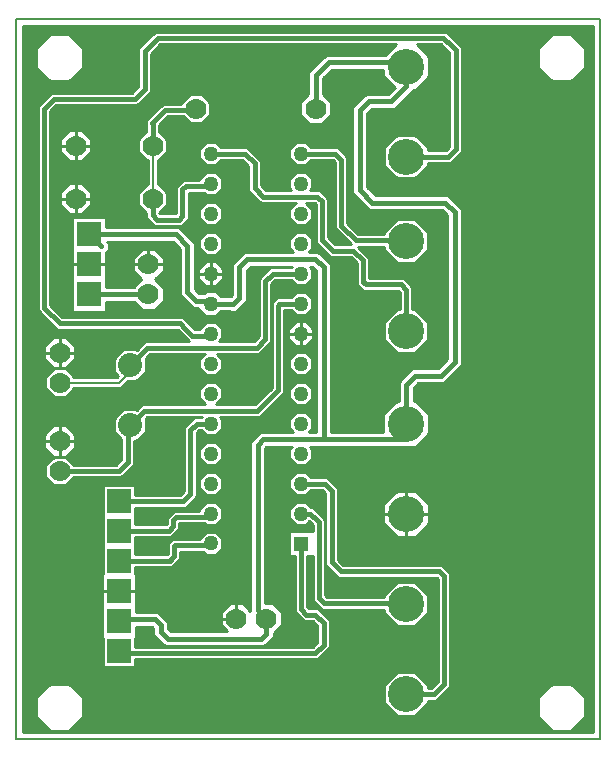
<source format=gbr>
G04 PROTEUS GERBER X2 FILE*
%TF.GenerationSoftware,Labcenter,Proteus,8.12-SP2-Build31155*%
%TF.CreationDate,2022-10-21T15:13:51+00:00*%
%TF.FileFunction,Copper,L2,Bot*%
%TF.FilePolarity,Positive*%
%TF.Part,Single*%
%TF.SameCoordinates,{a4a464b1-79f5-4a4b-a632-db850109d18e}*%
%FSLAX45Y45*%
%MOMM*%
G01*
%TA.AperFunction,Conductor*%
%ADD19C,0.400000*%
%ADD70C,0.203200*%
%ADD10C,0.254000*%
%TA.AperFunction,ComponentPad*%
%ADD11C,3.048000*%
%ADD12C,1.778000*%
%TA.AperFunction,ComponentPad*%
%ADD13R,1.270000X1.270000*%
%ADD14C,1.270000*%
%TA.AperFunction,ComponentPad*%
%ADD15R,2.032000X2.032000*%
%TA.AperFunction,ComponentPad*%
%ADD16C,2.032000*%
%TA.AperFunction,Profile*%
%ADD17C,0.203200*%
%TD.AperFunction*%
G36*
X-2735960Y-955040D02*
X-7559040Y-955040D01*
X-7559040Y+5019040D01*
X-2735960Y+5019040D01*
X-2735960Y-955040D01*
G37*
%LPC*%
G36*
X-3962327Y+4955328D02*
X-3844454Y+4837455D01*
X-3844454Y+3951518D01*
X-3935991Y+3859981D01*
X-4128581Y+3859981D01*
X-4128581Y+3836197D01*
X-4237197Y+3727581D01*
X-4390803Y+3727581D01*
X-4499419Y+3836197D01*
X-4499419Y+3989803D01*
X-4390803Y+4098419D01*
X-4237197Y+4098419D01*
X-4128581Y+3989803D01*
X-4128581Y+3966019D01*
X-3979913Y+3966019D01*
X-3950492Y+3995440D01*
X-3950492Y+4793533D01*
X-4021778Y+4864819D01*
X-4227229Y+4864819D01*
X-4118421Y+4756011D01*
X-4118421Y+4593989D01*
X-4232989Y+4479421D01*
X-4251628Y+4479421D01*
X-4413514Y+4317535D01*
X-4605022Y+4317535D01*
X-4643607Y+4278950D01*
X-4643607Y+3655970D01*
X-4574784Y+3587147D01*
X-3959943Y+3587147D01*
X-3842298Y+3469502D01*
X-3842298Y+2147163D01*
X-3995220Y+1994241D01*
X-4211884Y+1994241D01*
X-4250821Y+1955304D01*
X-4250821Y+1846579D01*
X-4232989Y+1846579D01*
X-4118421Y+1732011D01*
X-4118421Y+1569989D01*
X-4232989Y+1455421D01*
X-4395011Y+1455421D01*
X-4395516Y+1455926D01*
X-5129428Y+1455926D01*
X-5110481Y+1436979D01*
X-5110481Y+1357021D01*
X-5167021Y+1300481D01*
X-5246979Y+1300481D01*
X-5303519Y+1357021D01*
X-5303519Y+1436979D01*
X-5284572Y+1455926D01*
X-5499505Y+1455926D01*
X-5508289Y+1447142D01*
X-5508289Y+132079D01*
X-5445291Y+132079D01*
X-5367921Y+54709D01*
X-5367921Y-54709D01*
X-5436821Y-123609D01*
X-5436821Y-152225D01*
X-5517450Y-232854D01*
X-6358295Y-232854D01*
X-6455702Y-135447D01*
X-6455702Y-81762D01*
X-6469022Y-68442D01*
X-6605221Y-68442D01*
X-6605221Y-160779D01*
X-6615381Y-160779D01*
X-6615381Y-237447D01*
X-5105898Y-237447D01*
X-5066494Y-198043D01*
X-5066494Y-57421D01*
X-5105899Y-18016D01*
X-5183073Y-18016D01*
X-5260019Y+58930D01*
X-5260019Y+530861D01*
X-5311139Y+530861D01*
X-5311139Y+739139D01*
X-5108001Y+739139D01*
X-5108001Y+795603D01*
X-5135950Y+823552D01*
X-5167021Y+792481D01*
X-5246979Y+792481D01*
X-5303519Y+849021D01*
X-5303519Y+928979D01*
X-5246979Y+985519D01*
X-5167021Y+985519D01*
X-5123521Y+942019D01*
X-5104457Y+942019D01*
X-5001963Y+839525D01*
X-5001963Y+197697D01*
X-4987501Y+183235D01*
X-4499419Y+183235D01*
X-4499419Y+203803D01*
X-4390803Y+312419D01*
X-4237197Y+312419D01*
X-4128581Y+203803D01*
X-4128581Y+50197D01*
X-4237197Y-58419D01*
X-4390803Y-58419D01*
X-4499419Y+50197D01*
X-4499419Y+77197D01*
X-5031423Y+77197D01*
X-5108001Y+153775D01*
X-5108001Y+530861D01*
X-5153981Y+530861D01*
X-5153981Y+102852D01*
X-5139149Y+88020D01*
X-5061975Y+88020D01*
X-4960456Y-13499D01*
X-4960456Y-241965D01*
X-5061976Y-343485D01*
X-6615381Y-343485D01*
X-6615381Y-404619D01*
X-6884619Y-404619D01*
X-6884619Y-160779D01*
X-6894779Y-160779D01*
X-6894779Y+382779D01*
X-6884619Y+382779D01*
X-6884619Y+1134619D01*
X-6615381Y+1134619D01*
X-6615381Y+1046130D01*
X-6227624Y+1046130D01*
X-6194725Y+1079029D01*
X-6194725Y+1621138D01*
X-6111844Y+1704019D01*
X-6052479Y+1704019D01*
X-6048318Y+1708180D01*
X-6509840Y+1708180D01*
X-6522320Y+1695700D01*
X-6520381Y+1693761D01*
X-6520381Y+1582239D01*
X-6599239Y+1503381D01*
X-6621178Y+1503381D01*
X-6621178Y+1304706D01*
X-6728903Y+1196981D01*
X-7130599Y+1196981D01*
X-7199499Y+1128081D01*
X-7300501Y+1128081D01*
X-7371919Y+1199499D01*
X-7371919Y+1300501D01*
X-7300501Y+1371919D01*
X-7199499Y+1371919D01*
X-7130599Y+1303019D01*
X-6772825Y+1303019D01*
X-6727216Y+1348628D01*
X-6727216Y+1519836D01*
X-6789619Y+1582239D01*
X-6789619Y+1693761D01*
X-6710761Y+1772619D01*
X-6599239Y+1772619D01*
X-6597300Y+1770680D01*
X-6553762Y+1814218D01*
X-6014716Y+1814218D01*
X-6065519Y+1865021D01*
X-6065519Y+1944979D01*
X-6008979Y+2001519D01*
X-5929021Y+2001519D01*
X-5872481Y+1944979D01*
X-5872481Y+1865021D01*
X-5923284Y+1814218D01*
X-5596388Y+1814218D01*
X-5454977Y+1955629D01*
X-5454977Y+2672384D01*
X-5407342Y+2720019D01*
X-5290479Y+2720019D01*
X-5246979Y+2763519D01*
X-5167021Y+2763519D01*
X-5110481Y+2706979D01*
X-5110481Y+2627021D01*
X-5167021Y+2570481D01*
X-5246979Y+2570481D01*
X-5290479Y+2613981D01*
X-5348939Y+2613981D01*
X-5348939Y+1911707D01*
X-5552466Y+1708180D01*
X-5889682Y+1708180D01*
X-5872481Y+1690979D01*
X-5872481Y+1611021D01*
X-5929021Y+1554481D01*
X-6008979Y+1554481D01*
X-6052479Y+1597981D01*
X-6067922Y+1597981D01*
X-6088687Y+1577216D01*
X-6088687Y+1035107D01*
X-6183702Y+940092D01*
X-6615381Y+940092D01*
X-6615381Y+799019D01*
X-6346821Y+799019D01*
X-6340912Y+804928D01*
X-6340912Y+856703D01*
X-6282444Y+915171D01*
X-6065519Y+915171D01*
X-6065519Y+928979D01*
X-6008979Y+985519D01*
X-5929021Y+985519D01*
X-5872481Y+928979D01*
X-5872481Y+849021D01*
X-5929021Y+792481D01*
X-6008979Y+792481D01*
X-6025631Y+809133D01*
X-6234874Y+809133D01*
X-6234874Y+761006D01*
X-6305524Y+690356D01*
X-6349446Y+690356D01*
X-6352071Y+692981D01*
X-6615381Y+692981D01*
X-6615381Y+545019D01*
X-6338903Y+545019D01*
X-6334821Y+549101D01*
X-6334821Y+637423D01*
X-6297672Y+674572D01*
X-6065519Y+674572D01*
X-6065519Y+676979D01*
X-6008979Y+733519D01*
X-5929021Y+733519D01*
X-5872481Y+676979D01*
X-5872481Y+597021D01*
X-5929021Y+540481D01*
X-6008979Y+540481D01*
X-6037032Y+568534D01*
X-6228783Y+568534D01*
X-6228783Y+505179D01*
X-6294981Y+438981D01*
X-6615381Y+438981D01*
X-6615381Y+382779D01*
X-6605221Y+382779D01*
X-6605221Y+57916D01*
X-6416684Y+57916D01*
X-6329344Y-29424D01*
X-6329344Y-83109D01*
X-6305957Y-106496D01*
X-5834292Y-106496D01*
X-5886079Y-54709D01*
X-5886079Y+54709D01*
X-5808709Y+132079D01*
X-5699291Y+132079D01*
X-5634645Y+67433D01*
X-5634645Y+1499482D01*
X-5551843Y+1582284D01*
X-5274782Y+1582284D01*
X-5303519Y+1611021D01*
X-5303519Y+1690979D01*
X-5246979Y+1747519D01*
X-5167021Y+1747519D01*
X-5110481Y+1690979D01*
X-5110481Y+1611021D01*
X-5139218Y+1582284D01*
X-5077386Y+1582284D01*
X-5077386Y+2948474D01*
X-5110932Y+2982020D01*
X-5131522Y+2982020D01*
X-5110481Y+2960979D01*
X-5110481Y+2881021D01*
X-5167021Y+2824481D01*
X-5246979Y+2824481D01*
X-5290479Y+2867981D01*
X-5421879Y+2867982D01*
X-5455684Y+2834177D01*
X-5455684Y+2347008D01*
X-5560658Y+2242034D01*
X-5915536Y+2242034D01*
X-5872481Y+2198979D01*
X-5872481Y+2119021D01*
X-5929021Y+2062481D01*
X-6008979Y+2062481D01*
X-6065519Y+2119021D01*
X-6065519Y+2198979D01*
X-6022464Y+2242034D01*
X-6483986Y+2242034D01*
X-6522320Y+2203700D01*
X-6520381Y+2201761D01*
X-6520381Y+2090239D01*
X-6599239Y+2011381D01*
X-6674291Y+2011381D01*
X-6728851Y+1956821D01*
X-7128081Y+1956821D01*
X-7128081Y+1949499D01*
X-7199499Y+1878081D01*
X-7300501Y+1878081D01*
X-7371919Y+1949499D01*
X-7371919Y+2050501D01*
X-7300501Y+2121919D01*
X-7199499Y+2121919D01*
X-7128081Y+2050501D01*
X-7128081Y+2043179D01*
X-6764621Y+2043179D01*
X-6753590Y+2054210D01*
X-6789619Y+2090239D01*
X-6789619Y+2201761D01*
X-6710761Y+2280619D01*
X-6599239Y+2280619D01*
X-6597300Y+2278680D01*
X-6527908Y+2348072D01*
X-6152391Y+2348072D01*
X-6251300Y+2446981D01*
X-7271961Y+2446981D01*
X-7434850Y+2609870D01*
X-7434850Y+4339689D01*
X-7320055Y+4454484D01*
X-6636209Y+4454484D01*
X-6583531Y+4507162D01*
X-6583531Y+4828151D01*
X-6440825Y+4970857D01*
X-3977856Y+4970857D01*
X-3962327Y+4955328D01*
G37*
G36*
X-5123521Y+1196019D02*
X-4984124Y+1196019D01*
X-4892608Y+1104503D01*
X-4892608Y+500033D01*
X-4847344Y+454769D01*
X-4013906Y+454769D01*
X-3943162Y+384025D01*
X-3943162Y-575765D01*
X-4059700Y-692303D01*
X-4128581Y-692303D01*
X-4128581Y-711803D01*
X-4237197Y-820419D01*
X-4390803Y-820419D01*
X-4499419Y-711803D01*
X-4499419Y-558197D01*
X-4390803Y-449581D01*
X-4237197Y-449581D01*
X-4128581Y-558197D01*
X-4128581Y-586265D01*
X-4103622Y-586265D01*
X-4049198Y-531841D01*
X-4049198Y+340101D01*
X-4057828Y+348731D01*
X-4891266Y+348731D01*
X-4998646Y+456111D01*
X-4998646Y+1060581D01*
X-5028046Y+1089981D01*
X-5123521Y+1089981D01*
X-5167021Y+1046481D01*
X-5246979Y+1046481D01*
X-5303519Y+1103021D01*
X-5303519Y+1182979D01*
X-5246979Y+1239519D01*
X-5167021Y+1239519D01*
X-5123521Y+1196019D01*
G37*
G36*
X-4118421Y+970011D02*
X-4118421Y+807989D01*
X-4232989Y+693421D01*
X-4395011Y+693421D01*
X-4509579Y+807989D01*
X-4509579Y+970011D01*
X-4395011Y+1084579D01*
X-4232989Y+1084579D01*
X-4118421Y+970011D01*
G37*
G36*
X-5110481Y+1944979D02*
X-5110481Y+1865021D01*
X-5167021Y+1808481D01*
X-5246979Y+1808481D01*
X-5303519Y+1865021D01*
X-5303519Y+1944979D01*
X-5246979Y+2001519D01*
X-5167021Y+2001519D01*
X-5110481Y+1944979D01*
G37*
G36*
X-5110481Y+2198979D02*
X-5110481Y+2119021D01*
X-5167021Y+2062481D01*
X-5246979Y+2062481D01*
X-5303519Y+2119021D01*
X-5303519Y+2198979D01*
X-5246979Y+2255519D01*
X-5167021Y+2255519D01*
X-5110481Y+2198979D01*
G37*
G36*
X-5100321Y+2457188D02*
X-5100321Y+2368812D01*
X-5162812Y+2306321D01*
X-5251188Y+2306321D01*
X-5313679Y+2368812D01*
X-5313679Y+2457188D01*
X-5251188Y+2519679D01*
X-5162812Y+2519679D01*
X-5100321Y+2457188D01*
G37*
G36*
X-5872481Y+1436979D02*
X-5872481Y+1357021D01*
X-5929021Y+1300481D01*
X-6008979Y+1300481D01*
X-6065519Y+1357021D01*
X-6065519Y+1436979D01*
X-6008979Y+1493519D01*
X-5929021Y+1493519D01*
X-5872481Y+1436979D01*
G37*
G36*
X-5872481Y+1182979D02*
X-5872481Y+1103021D01*
X-5929021Y+1046481D01*
X-6008979Y+1046481D01*
X-6065519Y+1103021D01*
X-6065519Y+1182979D01*
X-6008979Y+1239519D01*
X-5929021Y+1239519D01*
X-5872481Y+1182979D01*
G37*
G36*
X-7304709Y+2386079D02*
X-7195291Y+2386079D01*
X-7117921Y+2308709D01*
X-7117921Y+2199291D01*
X-7195291Y+2121921D01*
X-7304709Y+2121921D01*
X-7382079Y+2199291D01*
X-7382079Y+2308709D01*
X-7304709Y+2386079D01*
G37*
G36*
X-7304709Y+1636079D02*
X-7195291Y+1636079D01*
X-7117921Y+1558709D01*
X-7117921Y+1449291D01*
X-7195291Y+1371921D01*
X-7304709Y+1371921D01*
X-7382079Y+1449291D01*
X-7382079Y+1558709D01*
X-7304709Y+1636079D01*
G37*
G36*
X-7450799Y+4666826D02*
X-7450799Y+4833174D01*
X-7333174Y+4950799D01*
X-7166826Y+4950799D01*
X-7049201Y+4833174D01*
X-7049201Y+4666826D01*
X-7166826Y+4549201D01*
X-7333174Y+4549201D01*
X-7450799Y+4666826D01*
G37*
G36*
X-3200799Y+4666826D02*
X-3200799Y+4833174D01*
X-3083174Y+4950799D01*
X-2916826Y+4950799D01*
X-2799201Y+4833174D01*
X-2799201Y+4666826D01*
X-2916826Y+4549201D01*
X-3083174Y+4549201D01*
X-3200799Y+4666826D01*
G37*
G36*
X-3200799Y-833174D02*
X-3200799Y-666826D01*
X-3083174Y-549201D01*
X-2916826Y-549201D01*
X-2799201Y-666826D01*
X-2799201Y-833174D01*
X-2916826Y-950799D01*
X-3083174Y-950799D01*
X-3200799Y-833174D01*
G37*
G36*
X-7450799Y-833174D02*
X-7450799Y-666826D01*
X-7333174Y-549201D01*
X-7166826Y-549201D01*
X-7049201Y-666826D01*
X-7049201Y-833174D01*
X-7166826Y-950799D01*
X-7333174Y-950799D01*
X-7450799Y-833174D01*
G37*
%LPD*%
G36*
X-4491121Y+4774469D02*
X-4996921Y+4774469D01*
X-5143178Y+4628211D01*
X-5143178Y+4602041D01*
X-5143179Y+4441609D01*
X-5212079Y+4372709D01*
X-5212079Y+4263291D01*
X-5134709Y+4185921D01*
X-5025291Y+4185921D01*
X-4947921Y+4263291D01*
X-4947921Y+4372709D01*
X-5016821Y+4441609D01*
X-5016822Y+4575871D01*
X-4944583Y+4648111D01*
X-4509579Y+4648111D01*
X-4509579Y+4593989D01*
X-4412668Y+4497078D01*
X-4465852Y+4443893D01*
X-4657360Y+4443893D01*
X-4769965Y+4331288D01*
X-4769965Y+3603632D01*
X-4627122Y+3460789D01*
X-4012281Y+3460789D01*
X-3968656Y+3417164D01*
X-3968656Y+2199501D01*
X-4047558Y+2120599D01*
X-4264222Y+2120599D01*
X-4377179Y+2007642D01*
X-4377179Y+1846579D01*
X-4395011Y+1846579D01*
X-4509579Y+1732011D01*
X-4509579Y+1582284D01*
X-4951028Y+1582284D01*
X-4951028Y+3000812D01*
X-5058592Y+3108376D01*
X-5137126Y+3108376D01*
X-5110481Y+3135021D01*
X-5110481Y+3214979D01*
X-5167021Y+3271519D01*
X-5246979Y+3271519D01*
X-5303519Y+3214979D01*
X-5303519Y+3135021D01*
X-5276874Y+3108376D01*
X-5685456Y+3108376D01*
X-5793021Y+3000811D01*
X-5793021Y+2738747D01*
X-5801589Y+2730179D01*
X-5881312Y+2730179D01*
X-5924812Y+2773679D01*
X-6013188Y+2773679D01*
X-6029512Y+2757355D01*
X-6067054Y+2757355D01*
X-6104476Y+2794777D01*
X-6104476Y+3180894D01*
X-6240760Y+3317179D01*
X-6855221Y+3317179D01*
X-6855221Y+3398779D01*
X-7144779Y+3398779D01*
X-7144779Y+2601221D01*
X-6855221Y+2601221D01*
X-6855221Y+2682821D01*
X-6623609Y+2682821D01*
X-6554709Y+2613921D01*
X-6445291Y+2613921D01*
X-6367921Y+2691291D01*
X-6367921Y+2800709D01*
X-6440212Y+2873000D01*
X-6367921Y+2945291D01*
X-6367921Y+3054709D01*
X-6445291Y+3132079D01*
X-6554709Y+3132079D01*
X-6632079Y+3054709D01*
X-6632079Y+2945291D01*
X-6559788Y+2873000D01*
X-6623609Y+2809179D01*
X-6855221Y+2809179D01*
X-6855221Y+3105399D01*
X-6834805Y+3125815D01*
X-6834805Y+3178153D01*
X-6847473Y+3190821D01*
X-6293099Y+3190821D01*
X-6230834Y+3128556D01*
X-6230834Y+2742439D01*
X-6119392Y+2630997D01*
X-6075679Y+2630997D01*
X-6075679Y+2622812D01*
X-6013188Y+2560321D01*
X-5924812Y+2560321D01*
X-5881312Y+2603821D01*
X-5811225Y+2603821D01*
X-5806407Y+2599003D01*
X-5754069Y+2599003D01*
X-5666663Y+2686409D01*
X-5666663Y+2948473D01*
X-5633116Y+2982020D01*
X-5282478Y+2982020D01*
X-5290479Y+2974019D01*
X-5465803Y+2974018D01*
X-5561722Y+2878099D01*
X-5561722Y+2390930D01*
X-5604580Y+2348072D01*
X-5897430Y+2348072D01*
X-5872481Y+2373021D01*
X-5872481Y+2452979D01*
X-5929021Y+2509519D01*
X-6008979Y+2509519D01*
X-6065519Y+2452979D01*
X-6065519Y+2449466D01*
X-6103825Y+2449466D01*
X-6207378Y+2553019D01*
X-7228039Y+2553019D01*
X-7328812Y+2653792D01*
X-7328812Y+4295767D01*
X-7276133Y+4348446D01*
X-6592287Y+4348446D01*
X-6477493Y+4463240D01*
X-6477493Y+4784229D01*
X-6396903Y+4864819D01*
X-4400771Y+4864819D01*
X-4491121Y+4774469D01*
G37*
%LPC*%
G36*
X-5123521Y+3990019D02*
X-4895040Y+3990019D01*
X-4814400Y+3909379D01*
X-4814400Y+3351137D01*
X-4719853Y+3256590D01*
X-4499419Y+3256590D01*
X-4499419Y+3275803D01*
X-4390803Y+3384419D01*
X-4237197Y+3384419D01*
X-4128581Y+3275803D01*
X-4128581Y+3122197D01*
X-4237197Y+3013581D01*
X-4390803Y+3013581D01*
X-4499419Y+3122197D01*
X-4499419Y+3150552D01*
X-4722027Y+3150552D01*
X-4629018Y+3057543D01*
X-4629018Y+2883653D01*
X-4337536Y+2883653D01*
X-4262801Y+2808918D01*
X-4262801Y+2622419D01*
X-4237197Y+2622419D01*
X-4128581Y+2513803D01*
X-4128581Y+2360197D01*
X-4237197Y+2251581D01*
X-4390803Y+2251581D01*
X-4499419Y+2360197D01*
X-4499419Y+2513803D01*
X-4390803Y+2622419D01*
X-4368839Y+2622419D01*
X-4368839Y+2764996D01*
X-4381458Y+2777615D01*
X-4680479Y+2777615D01*
X-4735056Y+2832192D01*
X-4735056Y+3013621D01*
X-4784632Y+3063197D01*
X-4959341Y+3063197D01*
X-5081114Y+3184970D01*
X-5081114Y+3510869D01*
X-5090375Y+3520130D01*
X-5161632Y+3520130D01*
X-5110481Y+3468979D01*
X-5110481Y+3389021D01*
X-5167021Y+3332481D01*
X-5246979Y+3332481D01*
X-5303519Y+3389021D01*
X-5303519Y+3468979D01*
X-5252368Y+3520130D01*
X-5547305Y+3520130D01*
X-5652278Y+3625103D01*
X-5652278Y+3833409D01*
X-5702850Y+3883981D01*
X-5885521Y+3883981D01*
X-5929021Y+3840481D01*
X-6008979Y+3840481D01*
X-6065519Y+3897021D01*
X-6065519Y+3976979D01*
X-6008979Y+4033519D01*
X-5929021Y+4033519D01*
X-5885521Y+3990019D01*
X-5658928Y+3990019D01*
X-5546240Y+3877331D01*
X-5546240Y+3669025D01*
X-5503381Y+3626166D01*
X-5286664Y+3626166D01*
X-5303519Y+3643021D01*
X-5303519Y+3722979D01*
X-5246979Y+3779519D01*
X-5167021Y+3779519D01*
X-5110481Y+3722979D01*
X-5110481Y+3643021D01*
X-5127336Y+3626166D01*
X-5046451Y+3626166D01*
X-4975076Y+3554791D01*
X-4975076Y+3228892D01*
X-4915419Y+3169235D01*
X-4782458Y+3169235D01*
X-4920436Y+3307213D01*
X-4920436Y+3865455D01*
X-4938962Y+3883981D01*
X-5123521Y+3883981D01*
X-5167021Y+3840481D01*
X-5246979Y+3840481D01*
X-5303519Y+3897021D01*
X-5303519Y+3976979D01*
X-5246979Y+4033519D01*
X-5167021Y+4033519D01*
X-5123521Y+3990019D01*
G37*
G36*
X-5974081Y+4368501D02*
X-5974081Y+4267499D01*
X-6045499Y+4196081D01*
X-6146501Y+4196081D01*
X-6206375Y+4255955D01*
X-6332198Y+4255954D01*
X-6408981Y+4179171D01*
X-6408981Y+4125401D01*
X-6340081Y+4056501D01*
X-6340081Y+3955499D01*
X-6411499Y+3884081D01*
X-6418821Y+3884081D01*
X-6418821Y+3677919D01*
X-6411499Y+3677919D01*
X-6340081Y+3606501D01*
X-6340081Y+3505499D01*
X-6408982Y+3436598D01*
X-6408982Y+3436263D01*
X-6404127Y+3431408D01*
X-6263730Y+3431408D01*
X-6263319Y+3431819D01*
X-6263319Y+3656598D01*
X-6205288Y+3714629D01*
X-6065519Y+3714629D01*
X-6065519Y+3722979D01*
X-6008979Y+3779519D01*
X-5929021Y+3779519D01*
X-5872481Y+3722979D01*
X-5872481Y+3643021D01*
X-5929021Y+3586481D01*
X-6008979Y+3586481D01*
X-6031089Y+3608591D01*
X-6157281Y+3608591D01*
X-6157281Y+3387897D01*
X-6219808Y+3325370D01*
X-6448049Y+3325370D01*
X-6515018Y+3392339D01*
X-6515018Y+3436598D01*
X-6583919Y+3505499D01*
X-6583919Y+3606501D01*
X-6512501Y+3677919D01*
X-6505179Y+3677919D01*
X-6505179Y+3884081D01*
X-6512501Y+3884081D01*
X-6583919Y+3955499D01*
X-6583919Y+4056501D01*
X-6515019Y+4125401D01*
X-6515019Y+4170075D01*
X-6519567Y+4174623D01*
X-6519567Y+4218545D01*
X-6376120Y+4361992D01*
X-6331681Y+4361992D01*
X-6217919Y+4361991D01*
X-6217919Y+4368501D01*
X-6146501Y+4439919D01*
X-6045499Y+4439919D01*
X-5974081Y+4368501D01*
G37*
G36*
X-7244079Y+3951291D02*
X-7244079Y+4060709D01*
X-7166709Y+4138079D01*
X-7057291Y+4138079D01*
X-6979921Y+4060709D01*
X-6979921Y+3951291D01*
X-7057291Y+3873921D01*
X-7166709Y+3873921D01*
X-7244079Y+3951291D01*
G37*
G36*
X-7244079Y+3501291D02*
X-7244079Y+3610709D01*
X-7166709Y+3688079D01*
X-7057291Y+3688079D01*
X-6979921Y+3610709D01*
X-6979921Y+3501291D01*
X-7057291Y+3423921D01*
X-7166709Y+3423921D01*
X-7244079Y+3501291D01*
G37*
G36*
X-5872481Y+3468979D02*
X-5872481Y+3389021D01*
X-5929021Y+3332481D01*
X-6008979Y+3332481D01*
X-6065519Y+3389021D01*
X-6065519Y+3468979D01*
X-6008979Y+3525519D01*
X-5929021Y+3525519D01*
X-5872481Y+3468979D01*
G37*
G36*
X-5872481Y+3214979D02*
X-5872481Y+3135021D01*
X-5929021Y+3078481D01*
X-6008979Y+3078481D01*
X-6065519Y+3135021D01*
X-6065519Y+3214979D01*
X-6008979Y+3271519D01*
X-5929021Y+3271519D01*
X-5872481Y+3214979D01*
G37*
G36*
X-5862321Y+2965188D02*
X-5862321Y+2876812D01*
X-5924812Y+2814321D01*
X-6013188Y+2814321D01*
X-6075679Y+2876812D01*
X-6075679Y+2965188D01*
X-6013188Y+3027679D01*
X-5924812Y+3027679D01*
X-5862321Y+2965188D01*
G37*
%LPD*%
D19*
X-6462000Y+4006000D02*
X-6462000Y+4192036D01*
X-6466548Y+4196584D01*
X-6354159Y+4308973D01*
X-6331681Y+4308973D01*
X-6105027Y+4308973D01*
X-6096000Y+4318000D01*
D70*
X-6462000Y+4006000D02*
X-6462000Y+3556000D01*
D19*
X-6462000Y+3414301D01*
X-6426088Y+3378389D01*
X-6241769Y+3378389D01*
X-6210300Y+3409858D01*
X-6210300Y+3634637D01*
X-6183327Y+3661610D01*
X-5990390Y+3661610D01*
X-5969000Y+3683000D01*
X-5080000Y+4318000D02*
X-5080000Y+4602041D01*
X-5045859Y+4636182D01*
X-5045859Y+4636183D01*
X-4970752Y+4711290D01*
X-4350290Y+4711290D01*
X-4314000Y+4675000D01*
X-5207000Y+889000D02*
X-5126418Y+889000D01*
X-5073189Y+835771D01*
X-5054982Y+817564D01*
X-5054982Y+681004D01*
X-5054982Y+175736D01*
X-5009462Y+130216D01*
X-4317216Y+130216D01*
X-4314000Y+127000D01*
X-5969000Y+1651000D02*
X-6089883Y+1651000D01*
X-6141706Y+1599177D01*
X-6141706Y+1057068D01*
X-6178253Y+1020521D01*
X-6205663Y+993111D01*
X-6220891Y+993111D01*
X-6743111Y+993111D01*
X-6750000Y+1000000D01*
X-6750000Y+746000D02*
X-6330110Y+746000D01*
X-6327485Y+743375D01*
X-6287893Y+782967D01*
X-6287893Y+789059D01*
X-6287893Y+834742D01*
X-6260483Y+862152D01*
X-5995848Y+862152D01*
X-5969000Y+889000D01*
X-6750000Y+492000D02*
X-6316942Y+492000D01*
X-6297030Y+511912D01*
X-6281802Y+527140D01*
X-6281802Y+551505D01*
X-6281802Y+615462D01*
X-6275711Y+621553D01*
X-5984447Y+621553D01*
X-5969000Y+637000D01*
X-5207000Y+1143000D02*
X-5006085Y+1143000D01*
X-4945627Y+1082542D01*
X-4945627Y+478072D01*
X-4869305Y+401750D01*
X-4035867Y+401750D01*
X-3996180Y+362063D01*
X-3996180Y-553803D01*
X-4081661Y-639284D01*
X-4309716Y-639284D01*
X-4314000Y-635000D01*
X-7000000Y+3254000D02*
X-6897984Y+3151984D01*
X-7000000Y+2746000D02*
X-6500000Y+2746000D01*
X-4314000Y+3913000D02*
X-3957952Y+3913000D01*
X-3897473Y+3973479D01*
X-3897473Y+4815494D01*
X-3930037Y+4848058D01*
X-3999817Y+4917838D01*
X-6418864Y+4917838D01*
X-6530512Y+4806190D01*
X-6530512Y+4485201D01*
X-6614248Y+4401465D01*
X-6674725Y+4401465D01*
X-7298094Y+4401465D01*
X-7381831Y+4317728D01*
X-7381831Y+2631831D01*
X-7250000Y+2500000D01*
X-6229339Y+2500000D01*
X-6186263Y+2456924D01*
X-6125786Y+2396447D01*
X-6060659Y+2396447D01*
X-5985553Y+2396447D01*
X-5969000Y+2413000D01*
X-5207000Y+3937000D02*
X-4917001Y+3937000D01*
X-4867418Y+3887417D01*
X-4867418Y+3329175D01*
X-4741814Y+3203571D01*
X-4318571Y+3203571D01*
X-4314000Y+3199000D01*
X-7000000Y+3254000D02*
X-6266930Y+3254000D01*
X-6167655Y+3154725D01*
X-6167655Y+2768608D01*
X-6093223Y+2694176D01*
X-5996176Y+2694176D01*
X-5969000Y+2667000D01*
X-5207000Y+635000D02*
X-5207000Y+80891D01*
X-5161111Y+35002D01*
X-5083937Y+35002D01*
X-5013475Y-35460D01*
X-5013475Y-35461D01*
X-5013475Y-220004D01*
X-5083937Y-290466D01*
X-6729534Y-290466D01*
X-6750000Y-270000D01*
X-5500000Y+0D02*
X-5500000Y-126056D01*
X-5543619Y-169675D01*
X-6332126Y-169675D01*
X-6392523Y-109278D01*
X-6392523Y-55593D01*
X-6442853Y-5263D01*
X-6739263Y-5263D01*
X-6750000Y-16000D01*
X-4314000Y+4675000D02*
X-4314000Y+4506397D01*
X-4439683Y+4380714D01*
X-4631191Y+4380714D01*
X-4706786Y+4305119D01*
X-4706786Y+3629801D01*
X-4600953Y+3523968D01*
X-3986112Y+3523968D01*
X-3905477Y+3443333D01*
X-3905477Y+2173332D01*
X-4021389Y+2057420D01*
X-4238053Y+2057420D01*
X-4314000Y+1981473D01*
X-4314000Y+1651000D02*
X-4314000Y+1981473D01*
X-5969000Y+2667000D02*
X-5785056Y+2667000D01*
X-5780238Y+2662182D01*
X-5729842Y+2712578D01*
X-5729842Y+2773055D01*
X-5729842Y+2974642D01*
X-5659286Y+3045198D01*
X-5084762Y+3045198D01*
X-5014207Y+2974643D01*
X-5014207Y+2949444D01*
X-5014207Y+1533312D01*
X-5000000Y+1519105D01*
X-4314000Y+1651000D02*
X-4314000Y+1558472D01*
X-4353367Y+1519105D01*
X-5000000Y+1519105D01*
X-5525674Y+1519105D01*
X-5571467Y+1473312D01*
X-5571467Y+71467D01*
X-5500000Y+0D01*
X-5207000Y+2921000D02*
X-5443841Y+2921000D01*
X-5454947Y+2909894D01*
X-5508703Y+2856138D01*
X-5508703Y+2846058D01*
X-5508703Y+2368969D01*
X-5582619Y+2295053D01*
X-6505947Y+2295053D01*
X-6655000Y+2146000D01*
X-5207000Y+2667000D02*
X-5385381Y+2667000D01*
X-5390759Y+2661622D01*
X-5401958Y+2650423D01*
X-5401958Y+2614585D01*
X-5401958Y+1933668D01*
X-5574427Y+1761199D01*
X-6531801Y+1761199D01*
X-6655000Y+1638000D01*
D70*
X-7250000Y+2000000D02*
X-6746736Y+2000000D01*
X-6716754Y+2029982D01*
X-6655000Y+2091736D01*
X-6655000Y+2146000D01*
D19*
X-7250000Y+1250000D02*
X-6750864Y+1250000D01*
X-6674197Y+1326667D01*
X-6674197Y+1618803D01*
X-6655000Y+1638000D01*
X-5969000Y+3937000D02*
X-5680889Y+3937000D01*
X-5599259Y+3855370D01*
X-5599259Y+3647064D01*
X-5525343Y+3573148D01*
X-5068413Y+3573148D01*
X-5028095Y+3532830D01*
X-5028095Y+3206931D01*
X-4937380Y+3116216D01*
X-4829867Y+3116216D01*
X-4762671Y+3116216D01*
X-4682037Y+3035582D01*
X-4682037Y+2854153D01*
X-4658518Y+2830634D01*
X-4359497Y+2830634D01*
X-4315820Y+2786957D01*
X-4315820Y+2438820D01*
X-4314000Y+2437000D01*
D10*
X-2735960Y-955040D02*
X-7559040Y-955040D01*
X-7559040Y+5019040D01*
X-2735960Y+5019040D01*
X-2735960Y-955040D01*
X-3962327Y+4955328D02*
X-3844454Y+4837455D01*
X-3844454Y+3951518D01*
X-3935991Y+3859981D01*
X-4128581Y+3859981D01*
X-4128581Y+3836197D01*
X-4237197Y+3727581D01*
X-4390803Y+3727581D01*
X-4499419Y+3836197D01*
X-4499419Y+3989803D01*
X-4390803Y+4098419D01*
X-4237197Y+4098419D01*
X-4128581Y+3989803D01*
X-4128581Y+3966019D01*
X-3979913Y+3966019D01*
X-3950492Y+3995440D01*
X-3950492Y+4793533D01*
X-4021778Y+4864819D01*
X-4227229Y+4864819D01*
X-4118421Y+4756011D01*
X-4118421Y+4593989D01*
X-4232989Y+4479421D01*
X-4251628Y+4479421D01*
X-4413514Y+4317535D01*
X-4605022Y+4317535D01*
X-4643607Y+4278950D01*
X-4643607Y+3655970D01*
X-4574784Y+3587147D01*
X-3959943Y+3587147D01*
X-3842298Y+3469502D01*
X-3842298Y+2147163D01*
X-3995220Y+1994241D01*
X-4211884Y+1994241D01*
X-4250821Y+1955304D01*
X-4250821Y+1846579D01*
X-4232989Y+1846579D01*
X-4118421Y+1732011D01*
X-4118421Y+1569989D01*
X-4232989Y+1455421D01*
X-4395011Y+1455421D01*
X-4395516Y+1455926D01*
X-5129428Y+1455926D01*
X-5110481Y+1436979D01*
X-5110481Y+1357021D01*
X-5167021Y+1300481D01*
X-5246979Y+1300481D01*
X-5303519Y+1357021D01*
X-5303519Y+1436979D01*
X-5284572Y+1455926D01*
X-5499505Y+1455926D01*
X-5508289Y+1447142D01*
X-5508289Y+132079D01*
X-5445291Y+132079D01*
X-5367921Y+54709D01*
X-5367921Y-54709D01*
X-5436821Y-123609D01*
X-5436821Y-152225D01*
X-5517450Y-232854D01*
X-6358295Y-232854D01*
X-6455702Y-135447D01*
X-6455702Y-81762D01*
X-6469022Y-68442D01*
X-6605221Y-68442D01*
X-6605221Y-160779D01*
X-6615381Y-160779D01*
X-6615381Y-237447D01*
X-5105898Y-237447D01*
X-5066494Y-198043D01*
X-5066494Y-57421D01*
X-5105899Y-18016D01*
X-5183073Y-18016D01*
X-5260019Y+58930D01*
X-5260019Y+530861D01*
X-5311139Y+530861D01*
X-5311139Y+739139D01*
X-5108001Y+739139D01*
X-5108001Y+795603D01*
X-5135950Y+823552D01*
X-5167021Y+792481D01*
X-5246979Y+792481D01*
X-5303519Y+849021D01*
X-5303519Y+928979D01*
X-5246979Y+985519D01*
X-5167021Y+985519D01*
X-5123521Y+942019D01*
X-5104457Y+942019D01*
X-5001963Y+839525D01*
X-5001963Y+197697D01*
X-4987501Y+183235D01*
X-4499419Y+183235D01*
X-4499419Y+203803D01*
X-4390803Y+312419D01*
X-4237197Y+312419D01*
X-4128581Y+203803D01*
X-4128581Y+50197D01*
X-4237197Y-58419D01*
X-4390803Y-58419D01*
X-4499419Y+50197D01*
X-4499419Y+77197D01*
X-5031423Y+77197D01*
X-5108001Y+153775D01*
X-5108001Y+530861D01*
X-5153981Y+530861D01*
X-5153981Y+102852D01*
X-5139149Y+88020D01*
X-5061975Y+88020D01*
X-4960456Y-13499D01*
X-4960456Y-241965D01*
X-5061976Y-343485D01*
X-6615381Y-343485D01*
X-6615381Y-404619D01*
X-6884619Y-404619D01*
X-6884619Y-160779D01*
X-6894779Y-160779D01*
X-6894779Y+382779D01*
X-6884619Y+382779D01*
X-6884619Y+1134619D01*
X-6615381Y+1134619D01*
X-6615381Y+1046130D01*
X-6227624Y+1046130D01*
X-6194725Y+1079029D01*
X-6194725Y+1621138D01*
X-6111844Y+1704019D01*
X-6052479Y+1704019D01*
X-6048318Y+1708180D01*
X-6509840Y+1708180D01*
X-6522320Y+1695700D01*
X-6520381Y+1693761D01*
X-6520381Y+1582239D01*
X-6599239Y+1503381D01*
X-6621178Y+1503381D01*
X-6621178Y+1304706D01*
X-6728903Y+1196981D01*
X-7130599Y+1196981D01*
X-7199499Y+1128081D01*
X-7300501Y+1128081D01*
X-7371919Y+1199499D01*
X-7371919Y+1300501D01*
X-7300501Y+1371919D01*
X-7199499Y+1371919D01*
X-7130599Y+1303019D01*
X-6772825Y+1303019D01*
X-6727216Y+1348628D01*
X-6727216Y+1519836D01*
X-6789619Y+1582239D01*
X-6789619Y+1693761D01*
X-6710761Y+1772619D01*
X-6599239Y+1772619D01*
X-6597300Y+1770680D01*
X-6553762Y+1814218D01*
X-6014716Y+1814218D01*
X-6065519Y+1865021D01*
X-6065519Y+1944979D01*
X-6008979Y+2001519D01*
X-5929021Y+2001519D01*
X-5872481Y+1944979D01*
X-5872481Y+1865021D01*
X-5923284Y+1814218D01*
X-5596388Y+1814218D01*
X-5454977Y+1955629D01*
X-5454977Y+2672384D01*
X-5407342Y+2720019D01*
X-5290479Y+2720019D01*
X-5246979Y+2763519D01*
X-5167021Y+2763519D01*
X-5110481Y+2706979D01*
X-5110481Y+2627021D01*
X-5167021Y+2570481D01*
X-5246979Y+2570481D01*
X-5290479Y+2613981D01*
X-5348939Y+2613981D01*
X-5348939Y+1911707D01*
X-5552466Y+1708180D01*
X-5889682Y+1708180D01*
X-5872481Y+1690979D01*
X-5872481Y+1611021D01*
X-5929021Y+1554481D01*
X-6008979Y+1554481D01*
X-6052479Y+1597981D01*
X-6067922Y+1597981D01*
X-6088687Y+1577216D01*
X-6088687Y+1035107D01*
X-6183702Y+940092D01*
X-6615381Y+940092D01*
X-6615381Y+799019D01*
X-6346821Y+799019D01*
X-6340912Y+804928D01*
X-6340912Y+856703D01*
X-6282444Y+915171D01*
X-6065519Y+915171D01*
X-6065519Y+928979D01*
X-6008979Y+985519D01*
X-5929021Y+985519D01*
X-5872481Y+928979D01*
X-5872481Y+849021D01*
X-5929021Y+792481D01*
X-6008979Y+792481D01*
X-6025631Y+809133D01*
X-6234874Y+809133D01*
X-6234874Y+761006D01*
X-6305524Y+690356D01*
X-6349446Y+690356D01*
X-6352071Y+692981D01*
X-6615381Y+692981D01*
X-6615381Y+545019D01*
X-6338903Y+545019D01*
X-6334821Y+549101D01*
X-6334821Y+637423D01*
X-6297672Y+674572D01*
X-6065519Y+674572D01*
X-6065519Y+676979D01*
X-6008979Y+733519D01*
X-5929021Y+733519D01*
X-5872481Y+676979D01*
X-5872481Y+597021D01*
X-5929021Y+540481D01*
X-6008979Y+540481D01*
X-6037032Y+568534D01*
X-6228783Y+568534D01*
X-6228783Y+505179D01*
X-6294981Y+438981D01*
X-6615381Y+438981D01*
X-6615381Y+382779D01*
X-6605221Y+382779D01*
X-6605221Y+57916D01*
X-6416684Y+57916D01*
X-6329344Y-29424D01*
X-6329344Y-83109D01*
X-6305957Y-106496D01*
X-5834292Y-106496D01*
X-5886079Y-54709D01*
X-5886079Y+54709D01*
X-5808709Y+132079D01*
X-5699291Y+132079D01*
X-5634645Y+67433D01*
X-5634645Y+1499482D01*
X-5551843Y+1582284D01*
X-5274782Y+1582284D01*
X-5303519Y+1611021D01*
X-5303519Y+1690979D01*
X-5246979Y+1747519D01*
X-5167021Y+1747519D01*
X-5110481Y+1690979D01*
X-5110481Y+1611021D01*
X-5139218Y+1582284D01*
X-5077386Y+1582284D01*
X-5077386Y+2948474D01*
X-5110932Y+2982020D01*
X-5131522Y+2982020D01*
X-5110481Y+2960979D01*
X-5110481Y+2881021D01*
X-5167021Y+2824481D01*
X-5246979Y+2824481D01*
X-5290479Y+2867981D01*
X-5421879Y+2867982D01*
X-5455684Y+2834177D01*
X-5455684Y+2347008D01*
X-5560658Y+2242034D01*
X-5915536Y+2242034D01*
X-5872481Y+2198979D01*
X-5872481Y+2119021D01*
X-5929021Y+2062481D01*
X-6008979Y+2062481D01*
X-6065519Y+2119021D01*
X-6065519Y+2198979D01*
X-6022464Y+2242034D01*
X-6483986Y+2242034D01*
X-6522320Y+2203700D01*
X-6520381Y+2201761D01*
X-6520381Y+2090239D01*
X-6599239Y+2011381D01*
X-6674291Y+2011381D01*
X-6728851Y+1956821D01*
X-7128081Y+1956821D01*
X-7128081Y+1949499D01*
X-7199499Y+1878081D01*
X-7300501Y+1878081D01*
X-7371919Y+1949499D01*
X-7371919Y+2050501D01*
X-7300501Y+2121919D01*
X-7199499Y+2121919D01*
X-7128081Y+2050501D01*
X-7128081Y+2043179D01*
X-6764621Y+2043179D01*
X-6753590Y+2054210D01*
X-6789619Y+2090239D01*
X-6789619Y+2201761D01*
X-6710761Y+2280619D01*
X-6599239Y+2280619D01*
X-6597300Y+2278680D01*
X-6527908Y+2348072D01*
X-6152391Y+2348072D01*
X-6251300Y+2446981D01*
X-7271961Y+2446981D01*
X-7434850Y+2609870D01*
X-7434850Y+4339689D01*
X-7320055Y+4454484D01*
X-6636209Y+4454484D01*
X-6583531Y+4507162D01*
X-6583531Y+4828151D01*
X-6440825Y+4970857D01*
X-3977856Y+4970857D01*
X-3962327Y+4955328D01*
X-5123521Y+1196019D02*
X-4984124Y+1196019D01*
X-4892608Y+1104503D01*
X-4892608Y+500033D01*
X-4847344Y+454769D01*
X-4013906Y+454769D01*
X-3943162Y+384025D01*
X-3943162Y-575765D01*
X-4059700Y-692303D01*
X-4128581Y-692303D01*
X-4128581Y-711803D01*
X-4237197Y-820419D01*
X-4390803Y-820419D01*
X-4499419Y-711803D01*
X-4499419Y-558197D01*
X-4390803Y-449581D01*
X-4237197Y-449581D01*
X-4128581Y-558197D01*
X-4128581Y-586265D01*
X-4103622Y-586265D01*
X-4049198Y-531841D01*
X-4049198Y+340101D01*
X-4057828Y+348731D01*
X-4891266Y+348731D01*
X-4998646Y+456111D01*
X-4998646Y+1060581D01*
X-5028046Y+1089981D01*
X-5123521Y+1089981D01*
X-5167021Y+1046481D01*
X-5246979Y+1046481D01*
X-5303519Y+1103021D01*
X-5303519Y+1182979D01*
X-5246979Y+1239519D01*
X-5167021Y+1239519D01*
X-5123521Y+1196019D01*
X-4118421Y+970011D02*
X-4118421Y+807989D01*
X-4232989Y+693421D01*
X-4395011Y+693421D01*
X-4509579Y+807989D01*
X-4509579Y+970011D01*
X-4395011Y+1084579D01*
X-4232989Y+1084579D01*
X-4118421Y+970011D01*
X-5110481Y+1944979D02*
X-5110481Y+1865021D01*
X-5167021Y+1808481D01*
X-5246979Y+1808481D01*
X-5303519Y+1865021D01*
X-5303519Y+1944979D01*
X-5246979Y+2001519D01*
X-5167021Y+2001519D01*
X-5110481Y+1944979D01*
X-5110481Y+2198979D02*
X-5110481Y+2119021D01*
X-5167021Y+2062481D01*
X-5246979Y+2062481D01*
X-5303519Y+2119021D01*
X-5303519Y+2198979D01*
X-5246979Y+2255519D01*
X-5167021Y+2255519D01*
X-5110481Y+2198979D01*
X-5100321Y+2457188D02*
X-5100321Y+2368812D01*
X-5162812Y+2306321D01*
X-5251188Y+2306321D01*
X-5313679Y+2368812D01*
X-5313679Y+2457188D01*
X-5251188Y+2519679D01*
X-5162812Y+2519679D01*
X-5100321Y+2457188D01*
X-5872481Y+1436979D02*
X-5872481Y+1357021D01*
X-5929021Y+1300481D01*
X-6008979Y+1300481D01*
X-6065519Y+1357021D01*
X-6065519Y+1436979D01*
X-6008979Y+1493519D01*
X-5929021Y+1493519D01*
X-5872481Y+1436979D01*
X-5872481Y+1182979D02*
X-5872481Y+1103021D01*
X-5929021Y+1046481D01*
X-6008979Y+1046481D01*
X-6065519Y+1103021D01*
X-6065519Y+1182979D01*
X-6008979Y+1239519D01*
X-5929021Y+1239519D01*
X-5872481Y+1182979D01*
X-7304709Y+2386079D02*
X-7195291Y+2386079D01*
X-7117921Y+2308709D01*
X-7117921Y+2199291D01*
X-7195291Y+2121921D01*
X-7304709Y+2121921D01*
X-7382079Y+2199291D01*
X-7382079Y+2308709D01*
X-7304709Y+2386079D01*
X-7304709Y+1636079D02*
X-7195291Y+1636079D01*
X-7117921Y+1558709D01*
X-7117921Y+1449291D01*
X-7195291Y+1371921D01*
X-7304709Y+1371921D01*
X-7382079Y+1449291D01*
X-7382079Y+1558709D01*
X-7304709Y+1636079D01*
X-7450799Y+4666826D02*
X-7450799Y+4833174D01*
X-7333174Y+4950799D01*
X-7166826Y+4950799D01*
X-7049201Y+4833174D01*
X-7049201Y+4666826D01*
X-7166826Y+4549201D01*
X-7333174Y+4549201D01*
X-7450799Y+4666826D01*
X-3200799Y+4666826D02*
X-3200799Y+4833174D01*
X-3083174Y+4950799D01*
X-2916826Y+4950799D01*
X-2799201Y+4833174D01*
X-2799201Y+4666826D01*
X-2916826Y+4549201D01*
X-3083174Y+4549201D01*
X-3200799Y+4666826D01*
X-3200799Y-833174D02*
X-3200799Y-666826D01*
X-3083174Y-549201D01*
X-2916826Y-549201D01*
X-2799201Y-666826D01*
X-2799201Y-833174D01*
X-2916826Y-950799D01*
X-3083174Y-950799D01*
X-3200799Y-833174D01*
X-7450799Y-833174D02*
X-7450799Y-666826D01*
X-7333174Y-549201D01*
X-7166826Y-549201D01*
X-7049201Y-666826D01*
X-7049201Y-833174D01*
X-7166826Y-950799D01*
X-7333174Y-950799D01*
X-7450799Y-833174D01*
X-4491121Y+4774469D02*
X-4996921Y+4774469D01*
X-5143178Y+4628211D01*
X-5143178Y+4602041D01*
X-5143179Y+4441609D01*
X-5212079Y+4372709D01*
X-5212079Y+4263291D01*
X-5134709Y+4185921D01*
X-5025291Y+4185921D01*
X-4947921Y+4263291D01*
X-4947921Y+4372709D01*
X-5016821Y+4441609D01*
X-5016822Y+4575871D01*
X-4944583Y+4648111D01*
X-4509579Y+4648111D01*
X-4509579Y+4593989D01*
X-4412668Y+4497078D01*
X-4465852Y+4443893D01*
X-4657360Y+4443893D01*
X-4769965Y+4331288D01*
X-4769965Y+3603632D01*
X-4627122Y+3460789D01*
X-4012281Y+3460789D01*
X-3968656Y+3417164D01*
X-3968656Y+2199501D01*
X-4047558Y+2120599D01*
X-4264222Y+2120599D01*
X-4377179Y+2007642D01*
X-4377179Y+1846579D01*
X-4395011Y+1846579D01*
X-4509579Y+1732011D01*
X-4509579Y+1582284D01*
X-4951028Y+1582284D01*
X-4951028Y+3000812D01*
X-5058592Y+3108376D01*
X-5137126Y+3108376D01*
X-5110481Y+3135021D01*
X-5110481Y+3214979D01*
X-5167021Y+3271519D01*
X-5246979Y+3271519D01*
X-5303519Y+3214979D01*
X-5303519Y+3135021D01*
X-5276874Y+3108376D01*
X-5685456Y+3108376D01*
X-5793021Y+3000811D01*
X-5793021Y+2738747D01*
X-5801589Y+2730179D01*
X-5881312Y+2730179D01*
X-5924812Y+2773679D01*
X-6013188Y+2773679D01*
X-6029512Y+2757355D01*
X-6067054Y+2757355D01*
X-6104476Y+2794777D01*
X-6104476Y+3180894D01*
X-6240760Y+3317179D01*
X-6855221Y+3317179D01*
X-6855221Y+3398779D01*
X-7144779Y+3398779D01*
X-7144779Y+2601221D01*
X-6855221Y+2601221D01*
X-6855221Y+2682821D01*
X-6623609Y+2682821D01*
X-6554709Y+2613921D01*
X-6445291Y+2613921D01*
X-6367921Y+2691291D01*
X-6367921Y+2800709D01*
X-6440212Y+2873000D01*
X-6367921Y+2945291D01*
X-6367921Y+3054709D01*
X-6445291Y+3132079D01*
X-6554709Y+3132079D01*
X-6632079Y+3054709D01*
X-6632079Y+2945291D01*
X-6559788Y+2873000D01*
X-6623609Y+2809179D01*
X-6855221Y+2809179D01*
X-6855221Y+3105399D01*
X-6834805Y+3125815D01*
X-6834805Y+3178153D01*
X-6847473Y+3190821D01*
X-6293099Y+3190821D01*
X-6230834Y+3128556D01*
X-6230834Y+2742439D01*
X-6119392Y+2630997D01*
X-6075679Y+2630997D01*
X-6075679Y+2622812D01*
X-6013188Y+2560321D01*
X-5924812Y+2560321D01*
X-5881312Y+2603821D01*
X-5811225Y+2603821D01*
X-5806407Y+2599003D01*
X-5754069Y+2599003D01*
X-5666663Y+2686409D01*
X-5666663Y+2948473D01*
X-5633116Y+2982020D01*
X-5282478Y+2982020D01*
X-5290479Y+2974019D01*
X-5465803Y+2974018D01*
X-5561722Y+2878099D01*
X-5561722Y+2390930D01*
X-5604580Y+2348072D01*
X-5897430Y+2348072D01*
X-5872481Y+2373021D01*
X-5872481Y+2452979D01*
X-5929021Y+2509519D01*
X-6008979Y+2509519D01*
X-6065519Y+2452979D01*
X-6065519Y+2449466D01*
X-6103825Y+2449466D01*
X-6207378Y+2553019D01*
X-7228039Y+2553019D01*
X-7328812Y+2653792D01*
X-7328812Y+4295767D01*
X-7276133Y+4348446D01*
X-6592287Y+4348446D01*
X-6477493Y+4463240D01*
X-6477493Y+4784229D01*
X-6396903Y+4864819D01*
X-4400771Y+4864819D01*
X-4491121Y+4774469D01*
X-5123521Y+3990019D02*
X-4895040Y+3990019D01*
X-4814400Y+3909379D01*
X-4814400Y+3351137D01*
X-4719853Y+3256590D01*
X-4499419Y+3256590D01*
X-4499419Y+3275803D01*
X-4390803Y+3384419D01*
X-4237197Y+3384419D01*
X-4128581Y+3275803D01*
X-4128581Y+3122197D01*
X-4237197Y+3013581D01*
X-4390803Y+3013581D01*
X-4499419Y+3122197D01*
X-4499419Y+3150552D01*
X-4722027Y+3150552D01*
X-4629018Y+3057543D01*
X-4629018Y+2883653D01*
X-4337536Y+2883653D01*
X-4262801Y+2808918D01*
X-4262801Y+2622419D01*
X-4237197Y+2622419D01*
X-4128581Y+2513803D01*
X-4128581Y+2360197D01*
X-4237197Y+2251581D01*
X-4390803Y+2251581D01*
X-4499419Y+2360197D01*
X-4499419Y+2513803D01*
X-4390803Y+2622419D01*
X-4368839Y+2622419D01*
X-4368839Y+2764996D01*
X-4381458Y+2777615D01*
X-4680479Y+2777615D01*
X-4735056Y+2832192D01*
X-4735056Y+3013621D01*
X-4784632Y+3063197D01*
X-4959341Y+3063197D01*
X-5081114Y+3184970D01*
X-5081114Y+3510869D01*
X-5090375Y+3520130D01*
X-5161632Y+3520130D01*
X-5110481Y+3468979D01*
X-5110481Y+3389021D01*
X-5167021Y+3332481D01*
X-5246979Y+3332481D01*
X-5303519Y+3389021D01*
X-5303519Y+3468979D01*
X-5252368Y+3520130D01*
X-5547305Y+3520130D01*
X-5652278Y+3625103D01*
X-5652278Y+3833409D01*
X-5702850Y+3883981D01*
X-5885521Y+3883981D01*
X-5929021Y+3840481D01*
X-6008979Y+3840481D01*
X-6065519Y+3897021D01*
X-6065519Y+3976979D01*
X-6008979Y+4033519D01*
X-5929021Y+4033519D01*
X-5885521Y+3990019D01*
X-5658928Y+3990019D01*
X-5546240Y+3877331D01*
X-5546240Y+3669025D01*
X-5503381Y+3626166D01*
X-5286664Y+3626166D01*
X-5303519Y+3643021D01*
X-5303519Y+3722979D01*
X-5246979Y+3779519D01*
X-5167021Y+3779519D01*
X-5110481Y+3722979D01*
X-5110481Y+3643021D01*
X-5127336Y+3626166D01*
X-5046451Y+3626166D01*
X-4975076Y+3554791D01*
X-4975076Y+3228892D01*
X-4915419Y+3169235D01*
X-4782458Y+3169235D01*
X-4920436Y+3307213D01*
X-4920436Y+3865455D01*
X-4938962Y+3883981D01*
X-5123521Y+3883981D01*
X-5167021Y+3840481D01*
X-5246979Y+3840481D01*
X-5303519Y+3897021D01*
X-5303519Y+3976979D01*
X-5246979Y+4033519D01*
X-5167021Y+4033519D01*
X-5123521Y+3990019D01*
X-5974081Y+4368501D02*
X-5974081Y+4267499D01*
X-6045499Y+4196081D01*
X-6146501Y+4196081D01*
X-6206375Y+4255955D01*
X-6332198Y+4255954D01*
X-6408981Y+4179171D01*
X-6408981Y+4125401D01*
X-6340081Y+4056501D01*
X-6340081Y+3955499D01*
X-6411499Y+3884081D01*
X-6418821Y+3884081D01*
X-6418821Y+3677919D01*
X-6411499Y+3677919D01*
X-6340081Y+3606501D01*
X-6340081Y+3505499D01*
X-6408982Y+3436598D01*
X-6408982Y+3436263D01*
X-6404127Y+3431408D01*
X-6263730Y+3431408D01*
X-6263319Y+3431819D01*
X-6263319Y+3656598D01*
X-6205288Y+3714629D01*
X-6065519Y+3714629D01*
X-6065519Y+3722979D01*
X-6008979Y+3779519D01*
X-5929021Y+3779519D01*
X-5872481Y+3722979D01*
X-5872481Y+3643021D01*
X-5929021Y+3586481D01*
X-6008979Y+3586481D01*
X-6031089Y+3608591D01*
X-6157281Y+3608591D01*
X-6157281Y+3387897D01*
X-6219808Y+3325370D01*
X-6448049Y+3325370D01*
X-6515018Y+3392339D01*
X-6515018Y+3436598D01*
X-6583919Y+3505499D01*
X-6583919Y+3606501D01*
X-6512501Y+3677919D01*
X-6505179Y+3677919D01*
X-6505179Y+3884081D01*
X-6512501Y+3884081D01*
X-6583919Y+3955499D01*
X-6583919Y+4056501D01*
X-6515019Y+4125401D01*
X-6515019Y+4170075D01*
X-6519567Y+4174623D01*
X-6519567Y+4218545D01*
X-6376120Y+4361992D01*
X-6331681Y+4361992D01*
X-6217919Y+4361991D01*
X-6217919Y+4368501D01*
X-6146501Y+4439919D01*
X-6045499Y+4439919D01*
X-5974081Y+4368501D01*
X-7244079Y+3951291D02*
X-7244079Y+4060709D01*
X-7166709Y+4138079D01*
X-7057291Y+4138079D01*
X-6979921Y+4060709D01*
X-6979921Y+3951291D01*
X-7057291Y+3873921D01*
X-7166709Y+3873921D01*
X-7244079Y+3951291D01*
X-7244079Y+3501291D02*
X-7244079Y+3610709D01*
X-7166709Y+3688079D01*
X-7057291Y+3688079D01*
X-6979921Y+3610709D01*
X-6979921Y+3501291D01*
X-7057291Y+3423921D01*
X-7166709Y+3423921D01*
X-7244079Y+3501291D01*
X-5872481Y+3468979D02*
X-5872481Y+3389021D01*
X-5929021Y+3332481D01*
X-6008979Y+3332481D01*
X-6065519Y+3389021D01*
X-6065519Y+3468979D01*
X-6008979Y+3525519D01*
X-5929021Y+3525519D01*
X-5872481Y+3468979D01*
X-5872481Y+3214979D02*
X-5872481Y+3135021D01*
X-5929021Y+3078481D01*
X-6008979Y+3078481D01*
X-6065519Y+3135021D01*
X-6065519Y+3214979D01*
X-6008979Y+3271519D01*
X-5929021Y+3271519D01*
X-5872481Y+3214979D01*
X-5862321Y+2965188D02*
X-5862321Y+2876812D01*
X-5924812Y+2814321D01*
X-6013188Y+2814321D01*
X-6075679Y+2876812D01*
X-6075679Y+2965188D01*
X-6013188Y+3027679D01*
X-5924812Y+3027679D01*
X-5862321Y+2965188D01*
X-4118421Y+889000D02*
X-4314000Y+889000D01*
X-4509579Y+889000D02*
X-4314000Y+889000D01*
X-4314000Y+1084579D02*
X-4314000Y+889000D01*
X-4314000Y+693421D02*
X-4314000Y+889000D01*
X-7244079Y+4006000D02*
X-7112000Y+4006000D01*
X-6979921Y+4006000D02*
X-7112000Y+4006000D01*
X-7112000Y+3873921D02*
X-7112000Y+4006000D01*
X-7112000Y+4138079D02*
X-7112000Y+4006000D01*
X-7244079Y+3556000D02*
X-7112000Y+3556000D01*
X-6979921Y+3556000D02*
X-7112000Y+3556000D01*
X-7112000Y+3423921D02*
X-7112000Y+3556000D01*
X-7112000Y+3688079D02*
X-7112000Y+3556000D01*
X-5100321Y+2413000D02*
X-5207000Y+2413000D01*
X-5313679Y+2413000D02*
X-5207000Y+2413000D01*
X-5207000Y+2519679D02*
X-5207000Y+2413000D01*
X-5207000Y+2306321D02*
X-5207000Y+2413000D01*
X-5862321Y+2921000D02*
X-5969000Y+2921000D01*
X-6075679Y+2921000D02*
X-5969000Y+2921000D01*
X-5969000Y+3027679D02*
X-5969000Y+2921000D01*
X-5969000Y+2814321D02*
X-5969000Y+2921000D01*
X-7144779Y+3000000D02*
X-7000000Y+3000000D01*
X-6855221Y+3000000D02*
X-7000000Y+3000000D01*
X-5886079Y+0D02*
X-5754000Y+0D01*
X-5754000Y+132079D02*
X-5754000Y+0D01*
X-6500000Y+3132079D02*
X-6500000Y+3000000D01*
X-6632079Y+3000000D02*
X-6500000Y+3000000D01*
X-6367921Y+3000000D02*
X-6500000Y+3000000D01*
X-7250000Y+2386079D02*
X-7250000Y+2254000D01*
X-7250000Y+2121921D02*
X-7250000Y+2254000D01*
X-7382079Y+2254000D02*
X-7250000Y+2254000D01*
X-7117921Y+2254000D02*
X-7250000Y+2254000D01*
X-7250000Y+1636079D02*
X-7250000Y+1504000D01*
X-7250000Y+1371921D02*
X-7250000Y+1504000D01*
X-7382079Y+1504000D02*
X-7250000Y+1504000D01*
X-7117921Y+1504000D02*
X-7250000Y+1504000D01*
X-6605221Y+238000D02*
X-6750000Y+238000D01*
X-6894779Y+238000D02*
X-6750000Y+238000D01*
D11*
X-4314000Y+3199000D03*
X-4314000Y+2437000D03*
X-4314000Y+4675000D03*
X-4314000Y+3913000D03*
X-4314000Y+127000D03*
X-4314000Y-635000D03*
X-4314000Y+1651000D03*
X-4314000Y+889000D03*
D12*
X-6096000Y+4318000D03*
X-5080000Y+4318000D03*
X-7112000Y+4006000D03*
X-6462000Y+4006000D03*
X-6462000Y+3556000D03*
X-7112000Y+3556000D03*
D13*
X-5207000Y+635000D03*
D14*
X-5207000Y+889000D03*
X-5207000Y+1143000D03*
X-5207000Y+1397000D03*
X-5207000Y+1651000D03*
X-5207000Y+1905000D03*
X-5207000Y+2159000D03*
X-5207000Y+2413000D03*
X-5207000Y+2667000D03*
X-5207000Y+2921000D03*
X-5207000Y+3175000D03*
X-5207000Y+3429000D03*
X-5207000Y+3683000D03*
X-5207000Y+3937000D03*
X-5969000Y+3937000D03*
X-5969000Y+3683000D03*
X-5969000Y+3429000D03*
X-5969000Y+3175000D03*
X-5969000Y+2921000D03*
X-5969000Y+2667000D03*
X-5969000Y+2413000D03*
X-5969000Y+2159000D03*
X-5969000Y+1905000D03*
X-5969000Y+1651000D03*
X-5969000Y+1397000D03*
X-5969000Y+1143000D03*
X-5969000Y+889000D03*
X-5969000Y+637000D03*
D15*
X-7000000Y+3254000D03*
X-7000000Y+3000000D03*
X-7000000Y+2746000D03*
D16*
X-6655000Y+1638000D03*
X-6655000Y+2146000D03*
D12*
X-5754000Y+0D03*
X-5500000Y+0D03*
X-6500000Y+3000000D03*
X-6500000Y+2746000D03*
X-7250000Y+2254000D03*
X-7250000Y+2000000D03*
X-7250000Y+1504000D03*
X-7250000Y+1250000D03*
D15*
X-6750000Y-270000D03*
X-6750000Y-16000D03*
X-6750000Y+238000D03*
X-6750000Y+492000D03*
X-6750000Y+746000D03*
X-6750000Y+1000000D03*
D17*
X-7620000Y-1016000D02*
X-2675000Y-1016000D01*
X-2675000Y+5080000D01*
X-7620000Y+5080000D01*
X-7620000Y-1016000D01*
M02*

</source>
